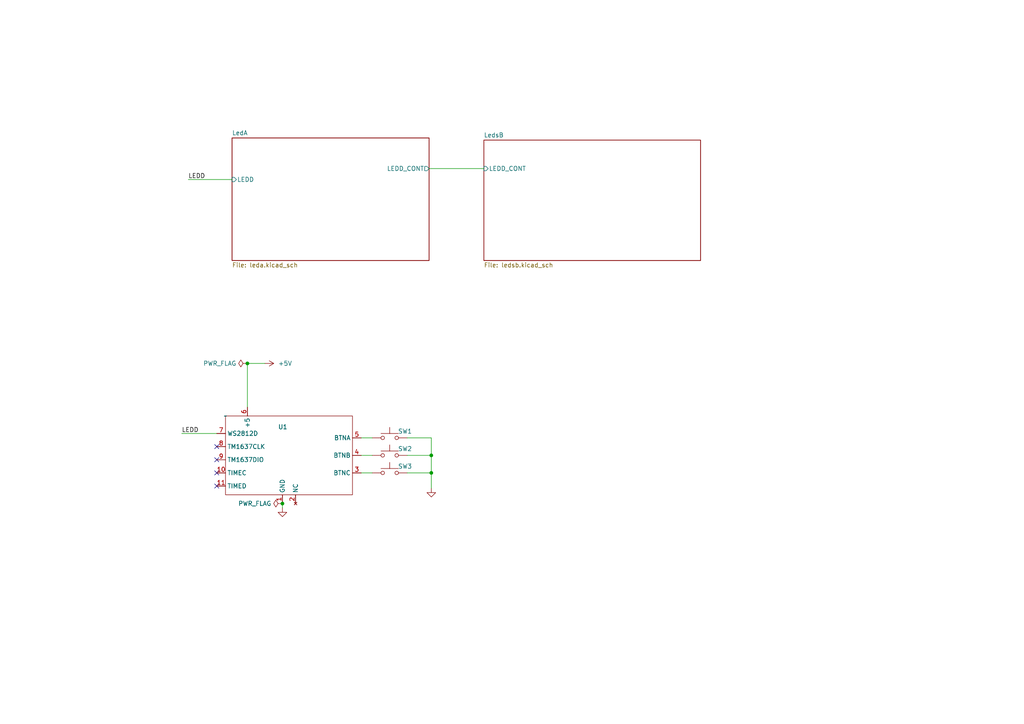
<source format=kicad_sch>
(kicad_sch (version 20230121) (generator eeschema)
  (paper "A4")
  (title_block (title "Berlin Uhr") (date "2024-09-22"))
  (lib_symbols
    (symbol "ClockIt:Movement5037"
      (property "Reference" "U" (at 0 0 0))
      (symbol "Movement5037_0_1"
        (rectangle (start 0 0) (end 36.83 -22.86))
      )
      (symbol "Movement5037_1_1"
        (pin power_in line (at 16.51 -25.4 90) (length 2.54) (name "GND") (number "1"))
        (pin output line (at -2.54 -16.51 0) (length 2.54) (name "TIMEC") (number "10"))
        (pin bidirectional line (at -2.54 -20.32 0) (length 2.54) (name "TIMED") (number "11"))
        (pin no_connect line (at 20.32 -25.4 90) (length 2.54) (name "NC") (number "2"))
        (pin input line (at 39.37 -16.51 180) (length 2.54) (name "BTNC") (number "3"))
        (pin input line (at 39.37 -11.43 180) (length 2.54) (name "BTNB") (number "4"))
        (pin input line (at 39.37 -6.35 180) (length 2.54) (name "BTNA") (number "5"))
        (pin power_out line (at 6.35 2.54 270) (length 2.54) (name "+5") (number "6"))
        (pin output line (at -2.54 -5.08 0) (length 2.54) (name "WS2812D") (number "7"))
        (pin output line (at -2.54 -8.89 0) (length 2.54) (name "TM1637CLK") (number "8"))
        (pin bidirectional line (at -2.54 -12.7 0) (length 2.54) (name "TM1637DIO") (number "9"))
      )
    )
    (symbol "Switch:SW_Push" (pin_numbers hide) (pin_names (offset 1.016) hide)
      (property "Reference" "SW" (at 1.27 2.54 0))
      (property "Value" "SW_Push" (at 0 -1.524 0))
      (symbol "SW_Push_0_1"
        (circle (center -2.032 0) (radius 0.508))
        (polyline (pts (xy 0 1.27) (xy 0 3.048)))
        (polyline (pts (xy 2.54 1.27) (xy -2.54 1.27)))
        (circle (center 2.032 0) (radius 0.508))
        (pin passive line (at -5.08 0 0) (length 2.54) (name "1") (number "1"))
        (pin passive line (at 5.08 0 180) (length 2.54) (name "2") (number "2"))
      )
    )
    (symbol "power:+5V" (power) (pin_names (offset 0))
      (property "Value" "+5V" (at 0 3.556 0))
      (symbol "+5V_0_1"
        (polyline (pts (xy -0.762 1.27) (xy 0 2.54)))
        (polyline (pts (xy 0 0) (xy 0 2.54)))
        (polyline (pts (xy 0 2.54) (xy 0.762 1.27)))
      )
      (symbol "+5V_1_1"
        (pin power_in line (at 0 0 90) (length 0) hide (name "+5V") (number "1"))
      )
    )
    (symbol "power:GND" (power) (pin_names (offset 0))
      (property "Value" "GND" (at 0 -3.81 0))
      (symbol "GND_0_1"
        (polyline (pts (xy 0 0) (xy 0 -1.27) (xy 1.27 -1.27) (xy 0 -2.54) (xy -1.27 -1.27) (xy 0 -1.27)))
      )
      (symbol "GND_1_1"
        (pin power_in line (at 0 0 270) (length 0) hide (name "GND") (number "1"))
      )
    )
    (symbol "power:PWR_FLAG" (power) (pin_numbers hide) (pin_names (offset 0) hide)
      (property "Value" "PWR_FLAG" (at 0 3.81 0))
      (symbol "PWR_FLAG_0_0"
        (pin power_out line (at 0 0 90) (length 0) (name "pwr") (number "1"))
      )
      (symbol "PWR_FLAG_0_1"
        (polyline (pts (xy 0 0) (xy 0 1.27) (xy -1.016 1.905) (xy 0 2.54) (xy 1.016 1.905) (xy 0 1.27)))
      )
    )
  )
  (junction (at 125.095 137.16))
  (junction (at 125.095 132.08))
  (junction (at 81.915 146.05))
  (junction (at 71.755 105.41))
  (no_connect (at 62.865 137.16))
  (no_connect (at 62.865 140.97))
  (no_connect (at 62.865 133.35))
  (no_connect (at 62.865 129.54))
  (wire (pts (xy 81.915 146.05) (xy 81.915 147.32)))
  (wire (pts (xy 118.11 127) (xy 125.095 127)))
  (wire (pts (xy 104.775 132.08) (xy 107.95 132.08)))
  (wire (pts (xy 118.11 132.08) (xy 125.095 132.08)))
  (wire (pts (xy 125.095 132.08) (xy 125.095 137.16)))
  (wire (pts (xy 124.46 48.895) (xy 140.335 48.895)))
  (wire (pts (xy 104.775 127) (xy 107.95 127)))
  (wire (pts (xy 52.705 125.73) (xy 62.865 125.73)))
  (wire (pts (xy 71.755 105.41) (xy 76.835 105.41)))
  (wire (pts (xy 125.095 137.16) (xy 125.095 141.605)))
  (wire (pts (xy 54.61 52.07) (xy 67.31 52.07)))
  (wire (pts (xy 104.775 137.16) (xy 107.95 137.16)))
  (wire (pts (xy 71.755 105.41) (xy 71.755 118.11)))
  (wire (pts (xy 125.095 127) (xy 125.095 132.08)))
  (wire (pts (xy 118.11 137.16) (xy 125.095 137.16)))
  (label "LEDD" (at 52.705 125.73 0))
  (label "LEDD" (at 54.61 52.07 0))
  (symbol (lib_id "power:GND") (at 125.095 141.605 0) (unit 1)
    (property "Reference" "#PWR02" (effects hide))
    (property "Value" "GND" (effects hide))
  )
  (symbol (lib_id "Switch:SW_Push") (at 113.03 137.16 0) (unit 1)
    (property "Reference" "SW3" (at 117.475 135.255 0))
    (property "Value" "SW_Push" (effects hide))
    (property "Footprint" "ClockIt:Tactile SW SMD" (effects hide))
  )
  (symbol (lib_id "power:PWR_FLAG") (at 71.755 105.41 90) (unit 1)
    (property "Reference" "#FLG01" (effects hide))
    (property "Value" "PWR_FLAG" (at 68.58 105.41 90) (effects (justify left)))
  )
  (symbol (lib_id "power:GND") (at 81.915 147.32 0) (unit 1)
    (property "Reference" "#PWR03" (effects hide))
    (property "Value" "GND" (effects hide))
  )
  (symbol (lib_id "power:+5V") (at 76.835 105.41 270) (unit 1)
    (property "Reference" "#PWR01" (effects hide))
    (property "Value" "+5V" (at 80.645 105.41 90) (effects (justify left)))
  )
  (symbol (lib_id "Switch:SW_Push") (at 113.03 127 0) (unit 1)
    (property "Reference" "SW1" (at 117.475 125.095 0))
    (property "Value" "SW_Push" (effects hide))
    (property "Footprint" "ClockIt:Tactile SW SMD" (effects hide))
  )
  (symbol (lib_id "ClockIt:Movement5037") (at 65.405 120.65 0) (unit 1)
    (property "Reference" "U1" (at 80.645 123.825 0) (effects (justify left)))
    (property "Value" "~" (at 65.405 120.65 0))
    (property "Footprint" "ClockIt:Movement5037 TH" (effects hide))
  )
  (symbol (lib_id "Switch:SW_Push") (at 113.03 132.08 0) (unit 1)
    (property "Reference" "SW2" (at 117.475 130.175 0))
    (property "Value" "SW_Push" (effects hide))
    (property "Footprint" "ClockIt:Tactile SW SMD" (effects hide))
  )
  (symbol (lib_id "power:PWR_FLAG") (at 81.915 146.05 90) (unit 1)
    (property "Reference" "#FLG02" (effects hide))
    (property "Value" "PWR_FLAG" (at 78.74 146.05 90) (effects (justify left)))
  )
  (sheet (at 140.335 40.64) (size 62.865 34.925) (stroke (width 0.1524))
    (property "Sheetname" "LedsB" (at 140.335 39.9284 0) (effects (justify left bottom)))
    (property "Sheetfile" "ledsb.kicad_sch" (at 140.335 76.1496 0) (effects (justify left top)))
    (pin "LEDD_CONT" input (at 140.335 48.895 180))
  )
  (sheet (at 67.31 40.005) (size 57.15 35.56) (stroke (width 0.1524))
    (property "Sheetname" "LedA" (at 67.31 39.2934 0) (effects (justify left bottom)))
    (property "Sheetfile" "leda.kicad_sch" (at 67.31 76.1496 0) (effects (justify left top)))
    (pin "LEDD" input (at 67.31 52.07 180))
    (pin "LEDD_CONT" output (at 124.46 48.895 0))
  )
)
</source>
